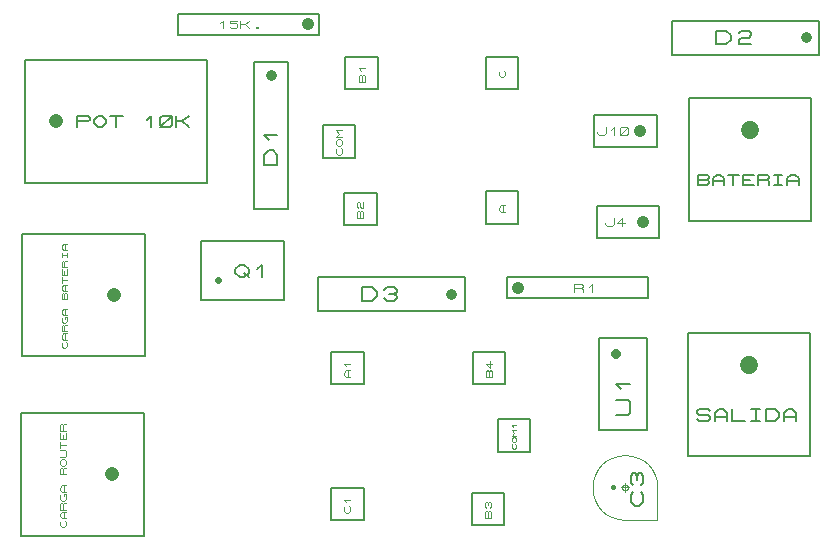
<source format=gbr>
G04 PROTEUS GERBER X2 FILE*
%TF.GenerationSoftware,Labcenter,Proteus,8.13-SP0-Build31525*%
%TF.CreationDate,2024-10-30T04:27:48+00:00*%
%TF.FileFunction,AssemblyDrawing,Top*%
%TF.FilePolarity,Positive*%
%TF.Part,Single*%
%TF.SameCoordinates,{7e0819cd-3aa5-4556-a237-21aa8943194a}*%
%FSLAX45Y45*%
%MOMM*%
G01*
%TA.AperFunction,Material*%
%ADD24C,0.203200*%
%ADD35C,1.219200*%
%ADD36C,0.076270*%
%ADD37C,0.082480*%
%ADD38C,0.914400*%
%ADD39C,0.186690*%
%ADD40C,0.084660*%
%ADD41C,1.016000*%
%ADD42C,0.106680*%
%ADD43C,0.063500*%
%ADD44C,1.524000*%
%ADD45C,0.162340*%
%ADD46C,0.609600*%
%ADD47C,0.168480*%
%ADD48C,0.139820*%
%ADD49C,0.155140*%
%ADD50C,0.110230*%
%ADD51C,0.812800*%
%ADD52C,0.194730*%
%ADD53C,0.050000*%
%ADD54C,0.448000*%
%ADD55C,0.178220*%
%TD.AperFunction*%
D24*
X+857840Y+1871840D02*
X+1894160Y+1871840D01*
X+1894160Y+2908160D01*
X+857840Y+2908160D01*
X+857840Y+1871840D01*
D35*
X+1630000Y+2390000D02*
X+1630000Y+2390000D01*
D36*
X+1228696Y+1995262D02*
X+1236324Y+1986681D01*
X+1236324Y+1960937D01*
X+1221068Y+1943775D01*
X+1205813Y+1943775D01*
X+1190557Y+1960937D01*
X+1190557Y+1986681D01*
X+1198185Y+1995262D01*
X+1236324Y+2012425D02*
X+1205813Y+2012425D01*
X+1190557Y+2029587D01*
X+1190557Y+2046750D01*
X+1205813Y+2063912D01*
X+1236324Y+2063912D01*
X+1221068Y+2012425D02*
X+1221068Y+2063912D01*
X+1236324Y+2081075D02*
X+1190557Y+2081075D01*
X+1190557Y+2123981D01*
X+1198185Y+2132562D01*
X+1205813Y+2132562D01*
X+1213440Y+2123981D01*
X+1213440Y+2081075D01*
X+1213440Y+2123981D02*
X+1221068Y+2132562D01*
X+1236324Y+2132562D01*
X+1221068Y+2184050D02*
X+1221068Y+2201212D01*
X+1236324Y+2201212D01*
X+1236324Y+2166887D01*
X+1221068Y+2149725D01*
X+1205813Y+2149725D01*
X+1190557Y+2166887D01*
X+1190557Y+2192631D01*
X+1198185Y+2201212D01*
X+1236324Y+2218375D02*
X+1205813Y+2218375D01*
X+1190557Y+2235537D01*
X+1190557Y+2252700D01*
X+1205813Y+2269862D01*
X+1236324Y+2269862D01*
X+1221068Y+2218375D02*
X+1221068Y+2269862D01*
X+1236324Y+2355675D02*
X+1190557Y+2355675D01*
X+1190557Y+2398581D01*
X+1198185Y+2407162D01*
X+1205813Y+2407162D01*
X+1213440Y+2398581D01*
X+1221068Y+2407162D01*
X+1228696Y+2407162D01*
X+1236324Y+2398581D01*
X+1236324Y+2355675D01*
X+1213440Y+2355675D02*
X+1213440Y+2398581D01*
X+1236324Y+2424325D02*
X+1205813Y+2424325D01*
X+1190557Y+2441487D01*
X+1190557Y+2458650D01*
X+1205813Y+2475812D01*
X+1236324Y+2475812D01*
X+1221068Y+2424325D02*
X+1221068Y+2475812D01*
X+1190557Y+2492975D02*
X+1190557Y+2544462D01*
X+1190557Y+2518718D02*
X+1236324Y+2518718D01*
X+1236324Y+2613112D02*
X+1236324Y+2561625D01*
X+1190557Y+2561625D01*
X+1190557Y+2613112D01*
X+1213440Y+2561625D02*
X+1213440Y+2595950D01*
X+1236324Y+2630275D02*
X+1190557Y+2630275D01*
X+1190557Y+2673181D01*
X+1198185Y+2681762D01*
X+1205813Y+2681762D01*
X+1213440Y+2673181D01*
X+1213440Y+2630275D01*
X+1213440Y+2673181D02*
X+1221068Y+2681762D01*
X+1236324Y+2681762D01*
X+1190557Y+2707506D02*
X+1190557Y+2741831D01*
X+1190557Y+2724668D02*
X+1236324Y+2724668D01*
X+1236324Y+2707506D02*
X+1236324Y+2741831D01*
X+1236324Y+2767575D02*
X+1205813Y+2767575D01*
X+1190557Y+2784737D01*
X+1190557Y+2801900D01*
X+1205813Y+2819062D01*
X+1236324Y+2819062D01*
X+1221068Y+2767575D02*
X+1221068Y+2819062D01*
D24*
X+847840Y+351840D02*
X+1884160Y+351840D01*
X+1884160Y+1388160D01*
X+847840Y+1388160D01*
X+847840Y+351840D01*
D35*
X+1620000Y+870000D02*
X+1620000Y+870000D01*
D37*
X+1219938Y+480240D02*
X+1228187Y+470960D01*
X+1228187Y+443120D01*
X+1211689Y+424560D01*
X+1195191Y+424560D01*
X+1178693Y+443120D01*
X+1178693Y+470960D01*
X+1186942Y+480240D01*
X+1228187Y+498800D02*
X+1195191Y+498800D01*
X+1178693Y+517360D01*
X+1178693Y+535920D01*
X+1195191Y+554480D01*
X+1228187Y+554480D01*
X+1211689Y+498800D02*
X+1211689Y+554480D01*
X+1228187Y+573040D02*
X+1178693Y+573040D01*
X+1178693Y+619440D01*
X+1186942Y+628720D01*
X+1195191Y+628720D01*
X+1203440Y+619440D01*
X+1203440Y+573040D01*
X+1203440Y+619440D02*
X+1211689Y+628720D01*
X+1228187Y+628720D01*
X+1211689Y+684400D02*
X+1211689Y+702960D01*
X+1228187Y+702960D01*
X+1228187Y+665840D01*
X+1211689Y+647280D01*
X+1195191Y+647280D01*
X+1178693Y+665840D01*
X+1178693Y+693680D01*
X+1186942Y+702960D01*
X+1228187Y+721520D02*
X+1195191Y+721520D01*
X+1178693Y+740080D01*
X+1178693Y+758640D01*
X+1195191Y+777200D01*
X+1228187Y+777200D01*
X+1211689Y+721520D02*
X+1211689Y+777200D01*
X+1228187Y+870000D02*
X+1178693Y+870000D01*
X+1178693Y+916400D01*
X+1186942Y+925680D01*
X+1195191Y+925680D01*
X+1203440Y+916400D01*
X+1203440Y+870000D01*
X+1203440Y+916400D02*
X+1211689Y+925680D01*
X+1228187Y+925680D01*
X+1195191Y+944240D02*
X+1178693Y+962800D01*
X+1178693Y+981360D01*
X+1195191Y+999920D01*
X+1211689Y+999920D01*
X+1228187Y+981360D01*
X+1228187Y+962800D01*
X+1211689Y+944240D01*
X+1195191Y+944240D01*
X+1178693Y+1018480D02*
X+1219938Y+1018480D01*
X+1228187Y+1027760D01*
X+1228187Y+1064880D01*
X+1219938Y+1074160D01*
X+1178693Y+1074160D01*
X+1178693Y+1092720D02*
X+1178693Y+1148400D01*
X+1178693Y+1120560D02*
X+1228187Y+1120560D01*
X+1228187Y+1222640D02*
X+1228187Y+1166960D01*
X+1178693Y+1166960D01*
X+1178693Y+1222640D01*
X+1203440Y+1166960D02*
X+1203440Y+1204080D01*
X+1228187Y+1241200D02*
X+1178693Y+1241200D01*
X+1178693Y+1287600D01*
X+1186942Y+1296880D01*
X+1195191Y+1296880D01*
X+1203440Y+1287600D01*
X+1203440Y+1241200D01*
X+1203440Y+1287600D02*
X+1211689Y+1296880D01*
X+1228187Y+1296880D01*
D24*
X+2817760Y+3119700D02*
X+3104780Y+3119700D01*
X+3104780Y+4364300D01*
X+2817760Y+4364300D01*
X+2817760Y+3119700D01*
D38*
X+2960000Y+4250000D02*
X+2960000Y+4250000D01*
D39*
X+3017277Y+3493969D02*
X+2905263Y+3493969D01*
X+2905263Y+3577979D01*
X+2942601Y+3619984D01*
X+2979939Y+3619984D01*
X+3017277Y+3577979D01*
X+3017277Y+3493969D01*
X+2942601Y+3703995D02*
X+2905263Y+3746000D01*
X+3017277Y+3746000D01*
D24*
X+3592840Y+4132840D02*
X+3867160Y+4132840D01*
X+3867160Y+4407160D01*
X+3592840Y+4407160D01*
X+3592840Y+4132840D01*
D40*
X+3755400Y+4193801D02*
X+3704601Y+4193801D01*
X+3704601Y+4241425D01*
X+3713067Y+4250950D01*
X+3721534Y+4250950D01*
X+3730000Y+4241425D01*
X+3738467Y+4250950D01*
X+3746934Y+4250950D01*
X+3755400Y+4241425D01*
X+3755400Y+4193801D01*
X+3730000Y+4193801D02*
X+3730000Y+4241425D01*
X+3721534Y+4289049D02*
X+3704601Y+4308099D01*
X+3755400Y+4308099D01*
D24*
X+3582840Y+2982840D02*
X+3857160Y+2982840D01*
X+3857160Y+3257160D01*
X+3582840Y+3257160D01*
X+3582840Y+2982840D01*
D40*
X+3745400Y+3043801D02*
X+3694601Y+3043801D01*
X+3694601Y+3091425D01*
X+3703067Y+3100950D01*
X+3711534Y+3100950D01*
X+3720000Y+3091425D01*
X+3728467Y+3100950D01*
X+3736934Y+3100950D01*
X+3745400Y+3091425D01*
X+3745400Y+3043801D01*
X+3720000Y+3043801D02*
X+3720000Y+3091425D01*
X+3703067Y+3129524D02*
X+3694601Y+3139049D01*
X+3694601Y+3167624D01*
X+3703067Y+3177149D01*
X+3711534Y+3177149D01*
X+3720000Y+3167624D01*
X+3720000Y+3139049D01*
X+3728467Y+3129524D01*
X+3745400Y+3129524D01*
X+3745400Y+3177149D01*
D24*
X+3402840Y+3552840D02*
X+3677160Y+3552840D01*
X+3677160Y+3827160D01*
X+3402840Y+3827160D01*
X+3402840Y+3552840D01*
D40*
X+3556934Y+3632851D02*
X+3565400Y+3623326D01*
X+3565400Y+3594751D01*
X+3548467Y+3575702D01*
X+3531534Y+3575702D01*
X+3514601Y+3594751D01*
X+3514601Y+3623326D01*
X+3523067Y+3632851D01*
X+3531534Y+3651901D02*
X+3514601Y+3670950D01*
X+3514601Y+3690000D01*
X+3531534Y+3709050D01*
X+3548467Y+3709050D01*
X+3565400Y+3690000D01*
X+3565400Y+3670950D01*
X+3548467Y+3651901D01*
X+3531534Y+3651901D01*
X+3565400Y+3728100D02*
X+3514601Y+3728100D01*
X+3540000Y+3756674D01*
X+3514601Y+3785249D01*
X+3565400Y+3785249D01*
D24*
X+4782840Y+4132840D02*
X+5057160Y+4132840D01*
X+5057160Y+4407160D01*
X+4782840Y+4407160D01*
X+4782840Y+4132840D01*
D40*
X+4936934Y+4289050D02*
X+4945400Y+4279525D01*
X+4945400Y+4250950D01*
X+4928467Y+4231901D01*
X+4911534Y+4231901D01*
X+4894601Y+4250950D01*
X+4894601Y+4279525D01*
X+4903067Y+4289050D01*
D24*
X+4782840Y+2992840D02*
X+5057160Y+2992840D01*
X+5057160Y+3267160D01*
X+4782840Y+3267160D01*
X+4782840Y+2992840D01*
D40*
X+4945400Y+3091901D02*
X+4911534Y+3091901D01*
X+4894601Y+3110950D01*
X+4894601Y+3130000D01*
X+4911534Y+3149050D01*
X+4945400Y+3149050D01*
X+4928467Y+3091901D02*
X+4928467Y+3149050D01*
D24*
X+5698840Y+3642840D02*
X+6227160Y+3642840D01*
X+6227160Y+3917160D01*
X+5698840Y+3917160D01*
X+5698840Y+3642840D01*
D41*
X+6090000Y+3780000D02*
X+6090000Y+3780000D01*
D42*
X+5725002Y+3769332D02*
X+5725002Y+3758664D01*
X+5737003Y+3747996D01*
X+5785009Y+3747996D01*
X+5797011Y+3758664D01*
X+5797011Y+3812004D01*
X+5845017Y+3790668D02*
X+5869020Y+3812004D01*
X+5869020Y+3747996D01*
X+5917026Y+3758664D02*
X+5917026Y+3801336D01*
X+5929027Y+3812004D01*
X+5977033Y+3812004D01*
X+5989035Y+3801336D01*
X+5989035Y+3758664D01*
X+5977033Y+3747996D01*
X+5929027Y+3747996D01*
X+5917026Y+3758664D01*
X+5917026Y+3747996D02*
X+5989035Y+3812004D01*
D24*
X+5718840Y+2872840D02*
X+6247160Y+2872840D01*
X+6247160Y+3147160D01*
X+5718840Y+3147160D01*
X+5718840Y+2872840D01*
D41*
X+6110000Y+3010000D02*
X+6110000Y+3010000D01*
D42*
X+5793008Y+2999332D02*
X+5793008Y+2988664D01*
X+5805009Y+2977996D01*
X+5853015Y+2977996D01*
X+5865017Y+2988664D01*
X+5865017Y+3042004D01*
X+5961029Y+2999332D02*
X+5889020Y+2999332D01*
X+5937026Y+3042004D01*
X+5937026Y+2977996D01*
D24*
X+3359700Y+2255220D02*
X+4604300Y+2255220D01*
X+4604300Y+2542240D01*
X+3359700Y+2542240D01*
X+3359700Y+2255220D01*
D38*
X+4490000Y+2400000D02*
X+4490000Y+2400000D01*
D39*
X+3733969Y+2342723D02*
X+3733969Y+2454737D01*
X+3817979Y+2454737D01*
X+3859984Y+2417399D01*
X+3859984Y+2380061D01*
X+3817979Y+2342723D01*
X+3733969Y+2342723D01*
X+3922992Y+2436068D02*
X+3943995Y+2454737D01*
X+4007003Y+2454737D01*
X+4028005Y+2436068D01*
X+4028005Y+2417399D01*
X+4007003Y+2398730D01*
X+4028005Y+2380061D01*
X+4028005Y+2361392D01*
X+4007003Y+2342723D01*
X+3943995Y+2342723D01*
X+3922992Y+2361392D01*
X+3964997Y+2398730D02*
X+4007003Y+2398730D01*
D24*
X+4662840Y+442840D02*
X+4937160Y+442840D01*
X+4937160Y+717160D01*
X+4662840Y+717160D01*
X+4662840Y+442840D01*
D40*
X+4825400Y+503801D02*
X+4774601Y+503801D01*
X+4774601Y+551425D01*
X+4783067Y+560950D01*
X+4791534Y+560950D01*
X+4800000Y+551425D01*
X+4808467Y+560950D01*
X+4816934Y+560950D01*
X+4825400Y+551425D01*
X+4825400Y+503801D01*
X+4800000Y+503801D02*
X+4800000Y+551425D01*
X+4783067Y+589524D02*
X+4774601Y+599049D01*
X+4774601Y+627624D01*
X+4783067Y+637149D01*
X+4791534Y+637149D01*
X+4800000Y+627624D01*
X+4808467Y+637149D01*
X+4816934Y+637149D01*
X+4825400Y+627624D01*
X+4825400Y+599049D01*
X+4816934Y+589524D01*
X+4800000Y+608574D02*
X+4800000Y+627624D01*
D24*
X+4672840Y+1632840D02*
X+4947160Y+1632840D01*
X+4947160Y+1907160D01*
X+4672840Y+1907160D01*
X+4672840Y+1632840D01*
D40*
X+4835400Y+1693801D02*
X+4784601Y+1693801D01*
X+4784601Y+1741425D01*
X+4793067Y+1750950D01*
X+4801534Y+1750950D01*
X+4810000Y+1741425D01*
X+4818467Y+1750950D01*
X+4826934Y+1750950D01*
X+4835400Y+1741425D01*
X+4835400Y+1693801D01*
X+4810000Y+1693801D02*
X+4810000Y+1741425D01*
X+4818467Y+1827149D02*
X+4818467Y+1770000D01*
X+4784601Y+1808099D01*
X+4835400Y+1808099D01*
D24*
X+4882840Y+1062840D02*
X+5157160Y+1062840D01*
X+5157160Y+1337160D01*
X+4882840Y+1337160D01*
X+4882840Y+1062840D01*
D43*
X+5032700Y+1128562D02*
X+5039050Y+1121418D01*
X+5039050Y+1099987D01*
X+5026350Y+1085700D01*
X+5013650Y+1085700D01*
X+5000950Y+1099987D01*
X+5000950Y+1121418D01*
X+5007300Y+1128562D01*
X+5013650Y+1142850D02*
X+5000950Y+1157137D01*
X+5000950Y+1171425D01*
X+5013650Y+1185712D01*
X+5026350Y+1185712D01*
X+5039050Y+1171425D01*
X+5039050Y+1157137D01*
X+5026350Y+1142850D01*
X+5013650Y+1142850D01*
X+5039050Y+1200000D02*
X+5000950Y+1200000D01*
X+5020000Y+1221431D01*
X+5000950Y+1242862D01*
X+5039050Y+1242862D01*
X+5013650Y+1271437D02*
X+5000950Y+1285725D01*
X+5039050Y+1285725D01*
D24*
X+3472840Y+482840D02*
X+3747160Y+482840D01*
X+3747160Y+757160D01*
X+3472840Y+757160D01*
X+3472840Y+482840D01*
D40*
X+3626934Y+600950D02*
X+3635400Y+591425D01*
X+3635400Y+562850D01*
X+3618467Y+543801D01*
X+3601534Y+543801D01*
X+3584601Y+562850D01*
X+3584601Y+591425D01*
X+3593067Y+600950D01*
X+3601534Y+639049D02*
X+3584601Y+658099D01*
X+3635400Y+658099D01*
D24*
X+3472840Y+1632840D02*
X+3747160Y+1632840D01*
X+3747160Y+1907160D01*
X+3472840Y+1907160D01*
X+3472840Y+1632840D01*
D40*
X+3635400Y+1693801D02*
X+3601534Y+1693801D01*
X+3584601Y+1712850D01*
X+3584601Y+1731900D01*
X+3601534Y+1750950D01*
X+3635400Y+1750950D01*
X+3618467Y+1693801D02*
X+3618467Y+1750950D01*
X+3601534Y+1789049D02*
X+3584601Y+1808099D01*
X+3635400Y+1808099D01*
D24*
X+6491840Y+1027840D02*
X+7528160Y+1027840D01*
X+7528160Y+2064160D01*
X+6491840Y+2064160D01*
X+6491840Y+1027840D01*
D44*
X+7010000Y+1800000D02*
X+7010000Y+1800000D01*
D45*
X+6571661Y+1343350D02*
X+6589925Y+1327115D01*
X+6662981Y+1327115D01*
X+6681245Y+1343350D01*
X+6681245Y+1359585D01*
X+6662981Y+1375820D01*
X+6589925Y+1375820D01*
X+6571661Y+1392054D01*
X+6571661Y+1408289D01*
X+6589925Y+1424524D01*
X+6662981Y+1424524D01*
X+6681245Y+1408289D01*
X+6717774Y+1327115D02*
X+6717774Y+1392054D01*
X+6754302Y+1424524D01*
X+6790830Y+1424524D01*
X+6827358Y+1392054D01*
X+6827358Y+1327115D01*
X+6717774Y+1359585D02*
X+6827358Y+1359585D01*
X+6863887Y+1424524D02*
X+6863887Y+1327115D01*
X+6973471Y+1327115D01*
X+7028264Y+1424524D02*
X+7101320Y+1424524D01*
X+7064792Y+1424524D02*
X+7064792Y+1327115D01*
X+7028264Y+1327115D02*
X+7101320Y+1327115D01*
X+7156113Y+1327115D02*
X+7156113Y+1424524D01*
X+7229169Y+1424524D01*
X+7265697Y+1392054D01*
X+7265697Y+1359585D01*
X+7229169Y+1327115D01*
X+7156113Y+1327115D01*
X+7302226Y+1327115D02*
X+7302226Y+1392054D01*
X+7338754Y+1424524D01*
X+7375282Y+1424524D01*
X+7411810Y+1392054D01*
X+7411810Y+1327115D01*
X+7302226Y+1359585D02*
X+7411810Y+1359585D01*
D24*
X+2366940Y+2344740D02*
X+3073060Y+2344740D01*
X+3073060Y+2847660D01*
X+2366940Y+2847660D01*
X+2366940Y+2344740D01*
D46*
X+2516800Y+2520000D02*
X+2516800Y+2520000D01*
D47*
X+2658533Y+2613048D02*
X+2696442Y+2646745D01*
X+2734351Y+2646745D01*
X+2772260Y+2613048D01*
X+2772260Y+2579351D01*
X+2734351Y+2545654D01*
X+2696442Y+2545654D01*
X+2658533Y+2579351D01*
X+2658533Y+2613048D01*
X+2734351Y+2579351D02*
X+2772260Y+2545654D01*
X+2848079Y+2613048D02*
X+2885988Y+2646745D01*
X+2885988Y+2545654D01*
D24*
X+6501840Y+3017840D02*
X+7538160Y+3017840D01*
X+7538160Y+4054160D01*
X+6501840Y+4054160D01*
X+6501840Y+3017840D01*
D44*
X+7020000Y+3790000D02*
X+7020000Y+3790000D01*
D48*
X+6579567Y+3323874D02*
X+6579567Y+3407766D01*
X+6658215Y+3407766D01*
X+6673945Y+3393784D01*
X+6673945Y+3379802D01*
X+6658215Y+3365820D01*
X+6673945Y+3351838D01*
X+6673945Y+3337856D01*
X+6658215Y+3323874D01*
X+6579567Y+3323874D01*
X+6579567Y+3365820D02*
X+6658215Y+3365820D01*
X+6705405Y+3323874D02*
X+6705405Y+3379802D01*
X+6736864Y+3407766D01*
X+6768324Y+3407766D01*
X+6799783Y+3379802D01*
X+6799783Y+3323874D01*
X+6705405Y+3351838D02*
X+6799783Y+3351838D01*
X+6831243Y+3407766D02*
X+6925621Y+3407766D01*
X+6878432Y+3407766D02*
X+6878432Y+3323874D01*
X+7051459Y+3323874D02*
X+6957081Y+3323874D01*
X+6957081Y+3407766D01*
X+7051459Y+3407766D01*
X+6957081Y+3365820D02*
X+7020000Y+3365820D01*
X+7082919Y+3323874D02*
X+7082919Y+3407766D01*
X+7161567Y+3407766D01*
X+7177297Y+3393784D01*
X+7177297Y+3379802D01*
X+7161567Y+3365820D01*
X+7082919Y+3365820D01*
X+7161567Y+3365820D02*
X+7177297Y+3351838D01*
X+7177297Y+3323874D01*
X+7224486Y+3407766D02*
X+7287405Y+3407766D01*
X+7255946Y+3407766D02*
X+7255946Y+3323874D01*
X+7224486Y+3323874D02*
X+7287405Y+3323874D01*
X+7334595Y+3323874D02*
X+7334595Y+3379802D01*
X+7366054Y+3407766D01*
X+7397514Y+3407766D01*
X+7428973Y+3379802D01*
X+7428973Y+3323874D01*
X+7334595Y+3351838D02*
X+7428973Y+3351838D01*
D24*
X+6359700Y+4425220D02*
X+7604300Y+4425220D01*
X+7604300Y+4712240D01*
X+6359700Y+4712240D01*
X+6359700Y+4425220D01*
D38*
X+7490000Y+4570000D02*
X+7490000Y+4570000D01*
D39*
X+6733969Y+4512723D02*
X+6733969Y+4624737D01*
X+6817979Y+4624737D01*
X+6859984Y+4587399D01*
X+6859984Y+4550061D01*
X+6817979Y+4512723D01*
X+6733969Y+4512723D01*
X+6922992Y+4606068D02*
X+6943995Y+4624737D01*
X+7007003Y+4624737D01*
X+7028005Y+4606068D01*
X+7028005Y+4587399D01*
X+7007003Y+4568730D01*
X+6943995Y+4568730D01*
X+6922992Y+4550061D01*
X+6922992Y+4512723D01*
X+7028005Y+4512723D01*
D24*
X+875840Y+3341840D02*
X+2420160Y+3341840D01*
X+2420160Y+4378160D01*
X+875840Y+4378160D01*
X+875840Y+3341840D01*
D35*
X+1140000Y+3860000D02*
X+1140000Y+3860000D01*
D49*
X+1321869Y+3813458D02*
X+1321869Y+3906542D01*
X+1409135Y+3906542D01*
X+1426588Y+3891028D01*
X+1426588Y+3875514D01*
X+1409135Y+3860000D01*
X+1321869Y+3860000D01*
X+1461495Y+3875514D02*
X+1496401Y+3906542D01*
X+1531308Y+3906542D01*
X+1566214Y+3875514D01*
X+1566214Y+3844486D01*
X+1531308Y+3813458D01*
X+1496401Y+3813458D01*
X+1461495Y+3844486D01*
X+1461495Y+3875514D01*
X+1601121Y+3906542D02*
X+1705840Y+3906542D01*
X+1653480Y+3906542D02*
X+1653480Y+3813458D01*
X+1915279Y+3875514D02*
X+1950186Y+3906542D01*
X+1950186Y+3813458D01*
X+2019999Y+3828972D02*
X+2019999Y+3891028D01*
X+2037452Y+3906542D01*
X+2107265Y+3906542D01*
X+2124718Y+3891028D01*
X+2124718Y+3828972D01*
X+2107265Y+3813458D01*
X+2037452Y+3813458D01*
X+2019999Y+3828972D01*
X+2019999Y+3813458D02*
X+2124718Y+3906542D01*
X+2159625Y+3906542D02*
X+2159625Y+3813458D01*
X+2264344Y+3906542D02*
X+2211984Y+3860000D01*
X+2264344Y+3813458D01*
X+2159625Y+3860000D02*
X+2211984Y+3860000D01*
D24*
X+4961100Y+2361100D02*
X+6154900Y+2361100D01*
X+6154900Y+2538900D01*
X+4961100Y+2538900D01*
X+4961100Y+2361100D01*
D41*
X+5050000Y+2450000D02*
X+5050000Y+2450000D01*
D50*
X+5528638Y+2416929D02*
X+5528638Y+2483070D01*
X+5590645Y+2483070D01*
X+5603047Y+2472047D01*
X+5603047Y+2461023D01*
X+5590645Y+2450000D01*
X+5528638Y+2450000D01*
X+5590645Y+2450000D02*
X+5603047Y+2438976D01*
X+5603047Y+2416929D01*
X+5652653Y+2461023D02*
X+5677456Y+2483070D01*
X+5677456Y+2416929D01*
D24*
X+2175100Y+4591100D02*
X+3368900Y+4591100D01*
X+3368900Y+4768900D01*
X+2175100Y+4768900D01*
X+2175100Y+4591100D01*
D41*
X+3280000Y+4680000D02*
X+3280000Y+4680000D01*
D50*
X+2528529Y+4691023D02*
X+2553332Y+4713070D01*
X+2553332Y+4646929D01*
X+2677347Y+4713070D02*
X+2615339Y+4713070D01*
X+2615339Y+4691023D01*
X+2664945Y+4691023D01*
X+2677347Y+4680000D01*
X+2677347Y+4657952D01*
X+2664945Y+4646929D01*
X+2627741Y+4646929D01*
X+2615339Y+4657952D01*
X+2702150Y+4713070D02*
X+2702150Y+4646929D01*
X+2776559Y+4713070D02*
X+2739354Y+4680000D01*
X+2776559Y+4646929D01*
X+2702150Y+4680000D02*
X+2739354Y+4680000D01*
X+2838566Y+4657952D02*
X+2850968Y+4657952D01*
X+2850968Y+4646929D01*
X+2838566Y+4646929D01*
X+2838566Y+4657952D01*
D24*
X+5742840Y+1244840D02*
X+6144160Y+1244840D01*
X+6144160Y+2027160D01*
X+5742840Y+2027160D01*
X+5742840Y+1244840D01*
D51*
X+5880000Y+1890000D02*
X+5880000Y+1890000D01*
D52*
X+5885080Y+1371841D02*
X+5982447Y+1371841D01*
X+6001920Y+1393748D01*
X+6001920Y+1481377D01*
X+5982447Y+1503285D01*
X+5885080Y+1503285D01*
X+5924027Y+1590914D02*
X+5885080Y+1634729D01*
X+6001920Y+1634729D01*
D53*
X+5985000Y+760000D02*
X+5984914Y+762076D01*
X+5984212Y+766229D01*
X+5982742Y+770382D01*
X+5980340Y+774535D01*
X+5976667Y+778634D01*
X+5972514Y+781643D01*
X+5968361Y+783560D01*
X+5964208Y+784643D01*
X+5960055Y+785000D01*
X+5960000Y+785000D01*
X+5935000Y+760000D02*
X+5935086Y+762076D01*
X+5935788Y+766229D01*
X+5937258Y+770382D01*
X+5939660Y+774535D01*
X+5943333Y+778634D01*
X+5947486Y+781643D01*
X+5951639Y+783560D01*
X+5955792Y+784643D01*
X+5959945Y+785000D01*
X+5960000Y+785000D01*
X+5935000Y+760000D02*
X+5935086Y+757924D01*
X+5935788Y+753771D01*
X+5937258Y+749618D01*
X+5939660Y+745465D01*
X+5943333Y+741366D01*
X+5947486Y+738357D01*
X+5951639Y+736440D01*
X+5955792Y+735357D01*
X+5959945Y+735000D01*
X+5960000Y+735000D01*
X+5985000Y+760000D02*
X+5984914Y+757924D01*
X+5984212Y+753771D01*
X+5982742Y+749618D01*
X+5980340Y+745465D01*
X+5976667Y+741366D01*
X+5972514Y+738357D01*
X+5968361Y+736440D01*
X+5964208Y+735357D01*
X+5960055Y+735000D01*
X+5960000Y+735000D01*
X+5925000Y+760000D02*
X+5995000Y+760000D01*
X+5960000Y+725000D02*
X+5960000Y+795000D01*
X+6235000Y+485000D02*
X+6235000Y+760000D01*
X+6229528Y+816228D01*
X+6213784Y+868227D01*
X+6188775Y+914989D01*
X+6155508Y+955508D01*
X+6114990Y+988775D01*
X+6068227Y+1013784D01*
X+6016228Y+1029528D01*
X+5960000Y+1035000D01*
X+5903772Y+1029528D01*
X+5851773Y+1013784D01*
X+5805010Y+988775D01*
X+5764492Y+955508D01*
X+5731225Y+914989D01*
X+5706216Y+868227D01*
X+5690472Y+816228D01*
X+5685000Y+760000D01*
X+5690472Y+703772D01*
X+5706216Y+651773D01*
X+5731225Y+605011D01*
X+5764492Y+564492D01*
X+5805010Y+531225D01*
X+5851773Y+506216D01*
X+5903772Y+490472D01*
X+5960000Y+485000D01*
X+6235000Y+485000D01*
D54*
X+5860000Y+760000D02*
X+5860000Y+760000D01*
D55*
X+6095596Y+719899D02*
X+6113418Y+699848D01*
X+6113418Y+639697D01*
X+6077773Y+599597D01*
X+6042128Y+599597D01*
X+6006483Y+639697D01*
X+6006483Y+699848D01*
X+6024305Y+719899D01*
X+6024305Y+780050D02*
X+6006483Y+800100D01*
X+6006483Y+860251D01*
X+6024305Y+880302D01*
X+6042128Y+880302D01*
X+6059950Y+860251D01*
X+6077773Y+880302D01*
X+6095596Y+880302D01*
X+6113418Y+860251D01*
X+6113418Y+800100D01*
X+6095596Y+780050D01*
X+6059950Y+820151D02*
X+6059950Y+860251D01*
M02*

</source>
